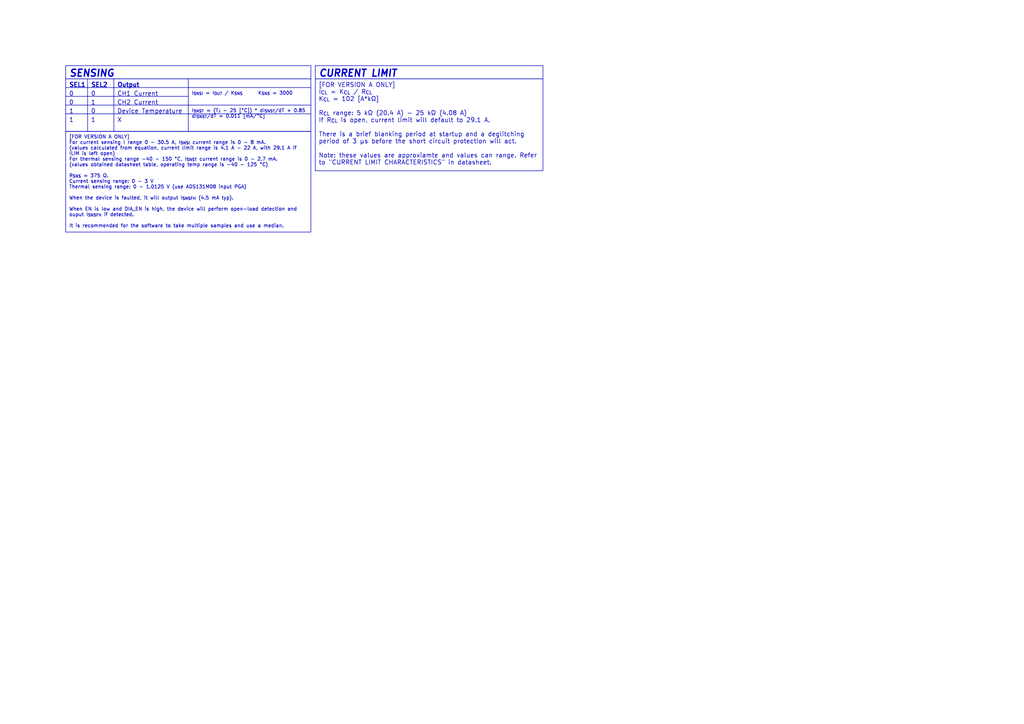
<source format=kicad_sch>
(kicad_sch
	(version 20250114)
	(generator "eeschema")
	(generator_version "9.0")
	(uuid "cca971b9-d711-49db-8483-774cce0ddc7a")
	(paper "A4")
	(lib_symbols)
	(text_box "[FOR VERSION A ONLY]\nI_{CL} = K_{CL} / R_{CL}\nK_{CL} = 102 [A*kΩ]\n\nR_{CL} range: 5 kΩ (20.4 A) - 25 kΩ (4.08 A)\nIf R_{CL} is open, current limit will default to 29.1 A. \n\nThere is a brief blanking period at startup and a deglitching period of 3 µs before the short circuit protection will act. \n\nNote: these values are approxiamte and values can range. Refer to \"CURRENT LIMIT CHARACTERISTICS\" in datasheet. "
		(exclude_from_sim no)
		(at 91.44 22.86 0)
		(size 66.04 26.67)
		(margins 0.9525 0.9525 0.9525 0.9525)
		(stroke
			(width 0)
			(type solid)
		)
		(fill
			(type none)
		)
		(effects
			(font
				(size 1.27 1.27)
			)
			(justify left top)
		)
		(uuid "012adacd-d27a-448d-aa26-3160f094893b")
	)
	(text_box "SENSING"
		(exclude_from_sim no)
		(at 19.05 19.05 0)
		(size 71.12 3.81)
		(margins 0.9525 0.9525 0.9525 0.9525)
		(stroke
			(width 0)
			(type solid)
		)
		(fill
			(type none)
		)
		(effects
			(font
				(size 2 2)
				(thickness 0.4)
				(bold yes)
				(italic yes)
			)
			(justify left top)
		)
		(uuid "042733fd-8998-411a-99a9-0788666b9139")
	)
	(text_box "[FOR VERSION A ONLY]\nFor current sensing I range 0 - 30.5 A, I_{SNSI} current range is 0 - 8 mA. \n(values calculated from equation, current limit range is 4.1 A - 22 A, with 29.1 A if ILIM is left open)\nFor thermal sensing range -40 - 150 °C, I_{SNST} current range is 0 - 2.7 mA. \n(values obtained datasheet table, operating temp range is -40 - 125 °C)\n\nR_{SNS} = 375 Ω.\nCurrent sensing range: 0 - 3 V\nThermal sensing range: 0 - 1.0125 V (use ADS131M08 input PGA)\n\nWhen the device is faulted, it will output I_{SNSFH} (4.5 mA typ). \n\nWhen EN is low and DIA_EN is high, the device will perform open-load detection and ouput I_{SNSFH} if detected.\n\nIt is recommended for the software to take multiple samples and use a median."
		(exclude_from_sim no)
		(at 19.05 38.1 0)
		(size 71.12 29.21)
		(margins 0.9525 0.9525 0.9525 0.9525)
		(stroke
			(width 0)
			(type solid)
		)
		(fill
			(type none)
		)
		(effects
			(font
				(size 1 1)
			)
			(justify left top)
		)
		(uuid "63089172-22c6-43d1-9273-eac692aa9ba3")
	)
	(text_box "CURRENT LIMIT"
		(exclude_from_sim no)
		(at 91.44 19.05 0)
		(size 66.04 3.81)
		(margins 0.9525 0.9525 0.9525 0.9525)
		(stroke
			(width 0)
			(type solid)
		)
		(fill
			(type none)
		)
		(effects
			(font
				(size 2 2)
				(thickness 0.4)
				(bold yes)
				(italic yes)
			)
			(justify left top)
		)
		(uuid "95a56de8-c3be-4574-a4b7-c6f49f8a9752")
	)
	(table
		(column_count 4)
		(border
			(external yes)
			(header yes)
			(stroke
				(width 0)
				(type solid)
			)
		)
		(separators
			(rows yes)
			(cols yes)
			(stroke
				(width 0)
				(type solid)
			)
		)
		(column_widths 6.35 7.62 21.59 35.56)
		(row_heights 2.54 2.54 2.54 2.54 5.08)
		(cells
			(table_cell "SEL1"
				(exclude_from_sim no)
				(at 19.05 22.86 0)
				(size 6.35 2.54)
				(margins 0.9525 0.9525 0.9525 0.9525)
				(span 1 1)
				(fill
					(type none)
				)
				(effects
					(font
						(size 1.27 1.27)
						(thickness 0.254)
						(bold yes)
					)
					(justify left top)
				)
				(uuid "efa256e3-ca40-49fb-8047-bf5be79906de")
			)
			(table_cell "SEL2"
				(exclude_from_sim no)
				(at 25.4 22.86 0)
				(size 7.62 2.54)
				(margins 0.9525 0.9525 0.9525 0.9525)
				(span 1 1)
				(fill
					(type none)
				)
				(effects
					(font
						(size 1.27 1.27)
						(thickness 0.254)
						(bold yes)
					)
					(justify left top)
				)
				(uuid "100cdaf6-6913-4063-afef-770fbbabce37")
			)
			(table_cell "Output"
				(exclude_from_sim no)
				(at 33.02 22.86 0)
				(size 21.59 2.54)
				(margins 0.9525 0.9525 0.9525 0.9525)
				(span 1 1)
				(fill
					(type none)
				)
				(effects
					(font
						(size 1.27 1.27)
						(thickness 0.254)
						(bold yes)
					)
					(justify left top)
				)
				(uuid "2611ec84-8bec-48a1-a886-7d6c914d62e5")
			)
			(table_cell ""
				(exclude_from_sim no)
				(at 54.61 22.86 0)
				(size 35.56 2.54)
				(margins 0.9525 0.9525 0.9525 0.9525)
				(span 1 1)
				(fill
					(type none)
				)
				(effects
					(font
						(size 1.27 1.27)
					)
					(justify left top)
				)
				(uuid "358ab5f9-9232-4c6c-b13a-f180bf3bbfbd")
			)
			(table_cell "0"
				(exclude_from_sim no)
				(at 19.05 25.4 0)
				(size 6.35 2.54)
				(margins 0.9525 0.9525 0.9525 0.9525)
				(span 1 1)
				(fill
					(type none)
				)
				(effects
					(font
						(size 1.27 1.27)
					)
					(justify left top)
				)
				(uuid "e50dcf65-45b2-462b-9220-8a1b6b841830")
			)
			(table_cell "0"
				(exclude_from_sim no)
				(at 25.4 25.4 0)
				(size 7.62 2.54)
				(margins 0.9525 0.9525 0.9525 0.9525)
				(span 1 1)
				(fill
					(type none)
				)
				(effects
					(font
						(size 1.27 1.27)
					)
					(justify left top)
				)
				(uuid "b5fa87bb-6c5d-4b66-8791-c00b1392e01d")
			)
			(table_cell "CH1 Current"
				(exclude_from_sim no)
				(at 33.02 25.4 0)
				(size 21.59 2.54)
				(margins 0.9525 0.9525 0.9525 0.9525)
				(span 1 1)
				(fill
					(type none)
				)
				(effects
					(font
						(size 1.27 1.27)
					)
					(justify left top)
				)
				(uuid "25c28b34-5a9a-467a-8549-50bda8dfb7b8")
			)
			(table_cell "I_{SNSI} = I_{OUT} / K_{SNS}      K_{SNS} = 3000"
				(exclude_from_sim no)
				(at 54.61 25.4 0)
				(size 35.56 5.08)
				(margins 0.9525 0.9525 0.9525 0.9525)
				(span 1 2)
				(fill
					(type none)
				)
				(effects
					(font
						(size 1 1)
					)
					(justify left top)
				)
				(uuid "9e71da5d-7568-46c7-8dff-e3aa7efdaed7")
			)
			(table_cell "0"
				(exclude_from_sim no)
				(at 19.05 27.94 0)
				(size 6.35 2.54)
				(margins 0.9525 0.9525 0.9525 0.9525)
				(span 1 1)
				(fill
					(type none)
				)
				(effects
					(font
						(size 1.27 1.27)
					)
					(justify left top)
				)
				(uuid "586369b5-ca64-44bf-ac61-a5c66d3dc5ff")
			)
			(table_cell "1"
				(exclude_from_sim no)
				(at 25.4 27.94 0)
				(size 7.62 2.54)
				(margins 0.9525 0.9525 0.9525 0.9525)
				(span 1 1)
				(fill
					(type none)
				)
				(effects
					(font
						(size 1.27 1.27)
					)
					(justify left top)
				)
				(uuid "90c645ed-9ee9-40b7-ac0f-9238c309424b")
			)
			(table_cell "CH2 Current"
				(exclude_from_sim no)
				(at 33.02 27.94 0)
				(size 21.59 2.54)
				(margins 0.9525 0.9525 0.9525 0.9525)
				(span 1 1)
				(fill
					(type none)
				)
				(effects
					(font
						(size 1.27 1.27)
					)
					(justify left top)
				)
				(uuid "90f9202a-8099-4220-92ae-9e9820f850b6")
			)
			(table_cell "rgb(124, 124, 124)"
				(exclude_from_sim no)
				(at 54.61 27.94 0)
				(size 35.56 2.54)
				(margins 0.9525 0.9525 0.9525 0.9525)
				(span 0 0)
				(fill
					(type none)
				)
				(effects
					(font
						(size 1.27 1.27)
					)
					(justify left top)
				)
				(uuid "93c0b736-cdfa-4db4-aac5-da4aa621651c")
			)
			(table_cell "1"
				(exclude_from_sim no)
				(at 19.05 30.48 0)
				(size 6.35 2.54)
				(margins 0.9525 0.9525 0.9525 0.9525)
				(span 1 1)
				(fill
					(type none)
				)
				(effects
					(font
						(size 1.27 1.27)
					)
					(justify left top)
				)
				(uuid "467fbbf7-68b5-4b77-849c-83cad8f91ce8")
			)
			(table_cell "0"
				(exclude_from_sim no)
				(at 25.4 30.48 0)
				(size 7.62 2.54)
				(margins 0.9525 0.9525 0.9525 0.9525)
				(span 1 1)
				(fill
					(type none)
				)
				(effects
					(font
						(size 1.27 1.27)
					)
					(justify left top)
				)
				(uuid "486f7902-c206-4855-bd08-16956785c8f2")
			)
			(table_cell "Device Temperature"
				(exclude_from_sim no)
				(at 33.02 30.48 0)
				(size 21.59 2.54)
				(margins 0.9525 0.9525 0.9525 0.9525)
				(span 1 1)
				(fill
					(type none)
				)
				(effects
					(font
						(size 1.27 1.27)
					)
					(justify left top)
				)
				(uuid "1c181fd7-2718-4016-bda2-55684eeba121")
			)
			(table_cell "I_{SNST} = (T_{J} - 25 [°C]) * dI_{SNST}/dT + 0.85      dI_{SNST}/dT = 0.011 [mA/°C]"
				(exclude_from_sim no)
				(at 54.61 30.48 0)
				(size 35.56 2.54)
				(margins 0.9525 0.9525 0.9525 0.9525)
				(span 1 1)
				(fill
					(type none)
				)
				(effects
					(font
						(size 1 1)
					)
					(justify left top)
				)
				(uuid "3b5f11b9-79e4-4291-ab56-f308d61ee802")
			)
			(table_cell "1"
				(exclude_from_sim no)
				(at 19.05 33.02 0)
				(size 6.35 5.08)
				(margins 0.9525 0.9525 0.9525 0.9525)
				(span 1 1)
				(fill
					(type none)
				)
				(effects
					(font
						(size 1.27 1.27)
					)
					(justify left top)
				)
				(uuid "7327f22d-940b-4b03-9275-4c233eb566ff")
			)
			(table_cell "1"
				(exclude_from_sim no)
				(at 25.4 33.02 0)
				(size 7.62 5.08)
				(margins 0.9525 0.9525 0.9525 0.9525)
				(span 1 1)
				(fill
					(type none)
				)
				(effects
					(font
						(size 1.27 1.27)
					)
					(justify left top)
				)
				(uuid "d76737ae-0cfc-4d50-af86-449fb38d828f")
			)
			(table_cell "X"
				(exclude_from_sim no)
				(at 33.02 33.02 0)
				(size 21.59 5.08)
				(margins 0.9525 0.9525 0.9525 0.9525)
				(span 1 1)
				(fill
					(type none)
				)
				(effects
					(font
						(size 1.27 1.27)
					)
					(justify left top)
				)
				(uuid "39aacc33-4bde-4036-b073-6848f0319166")
			)
			(table_cell ""
				(exclude_from_sim no)
				(at 54.61 33.02 0)
				(size 35.56 5.08)
				(margins 0.9525 0.9525 0.9525 0.9525)
				(span 1 1)
				(fill
					(type none)
				)
				(effects
					(font
						(size 1.27 1.27)
					)
					(justify left top)
				)
				(uuid "b350889f-b975-43e5-b0b7-5917a98aa676")
			)
		)
	)
)

</source>
